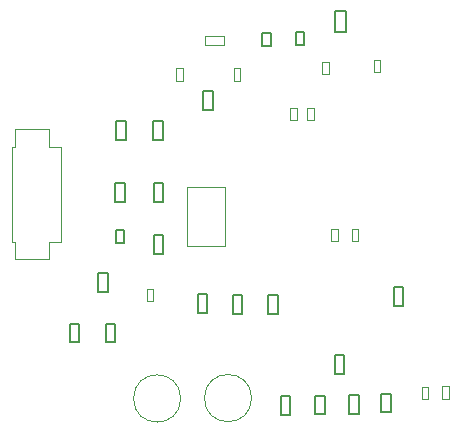
<source format=gbr>
%TF.GenerationSoftware,Altium Limited,Altium Designer,21.2.0 (30)*%
G04 Layer_Color=16711935*
%FSLAX45Y45*%
%MOMM*%
%TF.SameCoordinates,6E67B6D2-48A1-4C3A-8D5B-8FB38F647B41*%
%TF.FilePolarity,Positive*%
%TF.FileFunction,Other,Top_3D_Body*%
%TF.Part,Single*%
G01*
G75*
%TA.AperFunction,NonConductor*%
%ADD34C,0.20000*%
%ADD65C,0.10000*%
D34*
X2843110Y3637885D02*
Y3812885D01*
X2938110D01*
Y3637885D02*
Y3812885D01*
X2843110Y3637885D02*
X2938110D01*
X2227960Y3519747D02*
X2297960D01*
Y3629747D01*
X2227960D02*
X2297960D01*
X2227960Y3519747D02*
Y3629747D01*
X2511236Y3524381D02*
Y3634380D01*
X2581236D01*
Y3524381D02*
Y3634380D01*
X2511236Y3524381D02*
X2581236D01*
X1727500Y2980000D02*
X1807500D01*
Y3140000D01*
X1727500D02*
X1807500D01*
X1727500Y2980000D02*
Y3140000D01*
X1305000Y2884801D02*
X1385000D01*
X1305000Y2724800D02*
Y2884801D01*
Y2724800D02*
X1385000D01*
Y2884801D01*
X990748Y2721569D02*
X1070748D01*
Y2881569D01*
X990748D02*
X1070748D01*
X990748Y2721569D02*
Y2881569D01*
X1308515Y2358054D02*
X1388515D01*
X1308515Y2198054D02*
Y2358054D01*
Y2198054D02*
X1388515D01*
Y2358054D01*
X981232Y2358716D02*
X1061232D01*
X981232Y2198716D02*
Y2358716D01*
Y2198716D02*
X1061232D01*
Y2358716D01*
X984378Y1963123D02*
X1054378D01*
X984378Y1853123D02*
Y1963123D01*
Y1853123D02*
X1054378D01*
Y1963123D01*
X1310454Y1762648D02*
X1390454D01*
Y1922648D01*
X1310454D02*
X1390454D01*
X1310454Y1762648D02*
Y1922648D01*
X840000Y1437500D02*
X920000D01*
Y1597500D01*
X840000D02*
X920000D01*
X840000Y1437500D02*
Y1597500D01*
X595000Y1010000D02*
X675000D01*
Y1170000D01*
X595000D02*
X675000D01*
X595000Y1010000D02*
Y1170000D01*
X902500Y1010000D02*
X982500D01*
Y1170000D01*
X902500D02*
X982500D01*
X902500Y1010000D02*
Y1170000D01*
X1680000Y1417500D02*
X1760000D01*
X1680000Y1257500D02*
Y1417500D01*
Y1257500D02*
X1760000D01*
Y1417500D01*
X1975000Y1412500D02*
X2055000D01*
X1975000Y1252500D02*
Y1412500D01*
Y1252500D02*
X2055000D01*
Y1412500D01*
X2277500Y1414801D02*
X2357500D01*
X2277500Y1254801D02*
Y1414801D01*
Y1254801D02*
X2357500D01*
Y1414801D01*
X3340000Y1317500D02*
X3420000D01*
Y1477500D01*
X3340000D02*
X3420000D01*
X3340000Y1317500D02*
Y1477500D01*
X2840000Y901639D02*
X2920000D01*
X2840000Y741638D02*
Y901639D01*
Y741638D02*
X2920000D01*
Y901639D01*
X3045000Y405000D02*
Y565000D01*
X2965000Y405000D02*
X3045000D01*
X2965000D02*
Y565000D01*
X3045000D01*
X3235000Y417500D02*
X3315000D01*
Y577500D01*
X3235000D02*
X3315000D01*
X3235000Y417500D02*
Y577500D01*
X2757500Y400000D02*
Y560000D01*
X2677500Y400000D02*
X2757500D01*
X2677500D02*
Y560000D01*
X2757500D01*
X2465000Y397500D02*
Y557500D01*
X2385000Y397500D02*
X2465000D01*
X2385000D02*
Y557500D01*
X2465000D01*
D65*
X1536506Y535733D02*
G03*
X1536506Y535733I-200000J0D01*
G01*
X2136652Y538788D02*
G03*
X2136652Y538788I-200000J0D01*
G01*
X2790000Y3282500D02*
Y3387500D01*
X2735000Y3282500D02*
Y3387500D01*
X2790000D01*
X2735000Y3282500D02*
X2790000D01*
X2042362Y3225927D02*
Y3330927D01*
X1987362Y3225927D02*
Y3330927D01*
X2042362D01*
X1987362Y3225927D02*
X2042362D01*
X2662500Y2892500D02*
Y2997500D01*
X2607500Y2892500D02*
Y2997500D01*
X2662500D01*
X2607500Y2892500D02*
X2662500D01*
X2462500D02*
X2517500D01*
X2462500Y2997500D02*
X2517500D01*
X2462500Y2892500D02*
Y2997500D01*
X2517500Y2892500D02*
Y2997500D01*
X1746022Y3527309D02*
Y3607309D01*
X1906022Y3527309D02*
Y3607309D01*
X1746022Y3527309D02*
X1906022D01*
X1746022Y3607309D02*
X1906022D01*
X1551721Y3226769D02*
Y3331769D01*
X1496721Y3226769D02*
Y3331769D01*
X1551721D01*
X1496721Y3226769D02*
X1551721D01*
X1910000Y1827500D02*
Y2327500D01*
X1590000Y1827500D02*
Y2327500D01*
X1910000D01*
X1590000Y1827500D02*
X1910000D01*
X1249583Y1358803D02*
Y1463803D01*
X1304583Y1358803D02*
Y1463803D01*
X1249583Y1358803D02*
X1304583D01*
X1249583Y1463803D02*
X1304583D01*
X2867500Y1865923D02*
Y1970923D01*
X2812500Y1865923D02*
Y1970923D01*
X2867500D01*
X2812500Y1865923D02*
X2867500D01*
X3037500Y1868423D02*
Y1973423D01*
X2982500Y1868423D02*
Y1973423D01*
X3037500D01*
X2982500Y1868423D02*
X3037500D01*
X3577500Y530000D02*
X3632500D01*
X3577500Y635000D02*
X3632500D01*
X3577500Y530000D02*
Y635000D01*
X3632500Y530000D02*
Y635000D01*
X3750000Y532500D02*
X3805000D01*
X3750000Y637500D02*
X3805000D01*
X3750000Y532500D02*
Y637500D01*
X3805000Y532500D02*
Y637500D01*
X3172500Y3402500D02*
X3227500D01*
X3172500Y3297500D02*
X3227500D01*
Y3402500D01*
X3172500Y3297500D02*
Y3402500D01*
X422291Y1863938D02*
X524291D01*
X104291Y1863938D02*
X134291D01*
Y1715938D02*
Y1863938D01*
X422291Y1713938D02*
Y1863938D01*
X136290Y1713938D02*
X422291D01*
X136290Y2813938D02*
X422291D01*
Y2663938D02*
Y2813938D01*
X134291Y2663938D02*
Y2811938D01*
X104291Y2663938D02*
X134291D01*
X104291Y1863938D02*
Y2663938D01*
X524291Y1863938D02*
Y2663938D01*
X422291D02*
X524291D01*
%TF.MD5,5c133e462798fb1612ccbf7b6aa9e1fb*%
M02*

</source>
